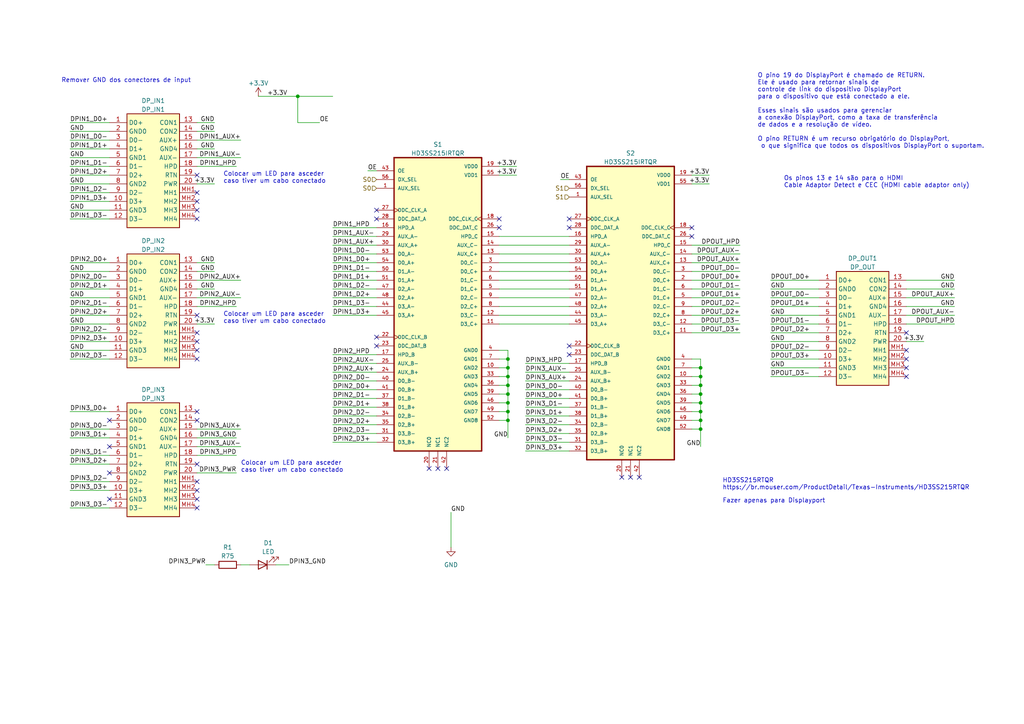
<source format=kicad_sch>
(kicad_sch (version 20230121) (generator eeschema)
  (paper "A4")
  (lib_symbols
    (symbol "Custom_DisplayPort_Connector:47272-0024"
      (property "Reference" "J?" (at 12.7 6.35 0))
      (property "Value" "DPIN1 (47272-0024)" (at 12.7 3.81 0))
      (symbol "47272-0024_1_1"
        (rectangle (start 5.08 2.54) (end 20.32 -30.48) (stroke (width 0.254)) (fill (type background)))
        (pin passive line (at 0 0 0) (length 5.08) (name "D0+") (number "1"))
        (pin passive line (at 0 -22.86 0) (length 5.08) (name "D3+") (number "10"))
        (pin passive line (at 0 -25.4 0) (length 5.08) (name "GND3") (number "11"))
        (pin passive line (at 0 -27.94 0) (length 5.08) (name "D3-") (number "12"))
        (pin passive line (at 25.4 0 180) (length 5.08) (name "CON1") (number "13"))
        (pin passive line (at 25.4 -2.54 180) (length 5.08) (name "CON2") (number "14"))
        (pin passive line (at 25.4 -5.08 180) (length 5.08) (name "AUX+") (number "15"))
        (pin passive line (at 25.4 -7.62 180) (length 5.08) (name "GND4") (number "16"))
        (pin passive line (at 25.4 -10.16 180) (length 5.08) (name "AUX-") (number "17"))
        (pin passive line (at 25.4 -12.7 180) (length 5.08) (name "HPD") (number "18"))
        (pin passive line (at 25.4 -15.24 180) (length 5.08) (name "RTN") (number "19"))
        (pin passive line (at 0 -2.54 0) (length 5.08) (name "GND0") (number "2"))
        (pin passive line (at 25.4 -17.78 180) (length 5.08) (name "PWR") (number "20"))
        (pin passive line (at 0 -5.08 0) (length 5.08) (name "D0-") (number "3"))
        (pin passive line (at 0 -7.62 0) (length 5.08) (name "D1+") (number "4"))
        (pin passive line (at 0 -10.16 0) (length 5.08) (name "GND1") (number "5"))
        (pin passive line (at 0 -12.7 0) (length 5.08) (name "D1-") (number "6"))
        (pin passive line (at 0 -15.24 0) (length 5.08) (name "D2+") (number "7"))
        (pin passive line (at 0 -17.78 0) (length 5.08) (name "GND2") (number "8"))
        (pin passive line (at 0 -20.32 0) (length 5.08) (name "D2-") (number "9"))
        (pin passive line (at 25.4 -20.32 180) (length 5.08) (name "MH1") (number "MH1"))
        (pin passive line (at 25.4 -22.86 180) (length 5.08) (name "MH2") (number "MH2"))
        (pin passive line (at 25.4 -25.4 180) (length 5.08) (name "MH3") (number "MH3"))
        (pin passive line (at 25.4 -27.94 180) (length 5.08) (name "MH4") (number "MH4"))
      )
    )
    (symbol "Custom_HD3SS215IRTQR:HD3SS215IRTQR" (pin_names (offset 1.016))
      (property "Reference" "U" (at -12.7 61.96 0))
      (property "Value" "HD3SS215IRTQR" (at -7.62 62.23 0))
      (symbol "HD3SS215IRTQR_0_0"
        (rectangle (start -12.7 60.96) (end 12.7 -24.13) (stroke (width 0.41)) (fill (type background)))
        (pin input line (at -17.78 52.07 0) (length 5.08) (name "AUX_SEL") (number "1"))
        (pin input line (at -17.78 57.15 0) (length 5.08) (name "OE") (number "43"))
        (pin input line (at -17.78 54.61 0) (length 5.08) (name "DX_SEL") (number "56"))
      )
      (symbol "HD3SS215IRTQR_1_0"
        (pin power_in line (at 17.78 0 180) (length 5.08) (name "GND2") (number "10"))
        (pin bidirectional line (at 17.78 12.7 180) (length 5.08) (name "D3_C+") (number "11"))
        (pin bidirectional line (at 17.78 15.24 180) (length 5.08) (name "D3_C-") (number "12"))
        (pin bidirectional line (at 17.78 33.02 180) (length 5.08) (name "AUX_C+") (number "13"))
        (pin bidirectional line (at 17.78 35.56 180) (length 5.08) (name "AUX_C-") (number "14"))
        (pin bidirectional line (at 17.78 38.1 180) (length 5.08) (name "HPD_C") (number "15"))
        (pin bidirectional line (at -17.78 40.64 0) (length 5.08) (name "HPD_A") (number "16"))
        (pin bidirectional line (at -17.78 3.81 0) (length 5.08) (name "HPD_B") (number "17"))
        (pin input clock (at 17.78 43.18 180) (length 5.08) (name "DDC_CLK_C") (number "18"))
        (pin power_in line (at 17.78 58.42 180) (length 5.08) (name "VDD0") (number "19"))
        (pin bidirectional line (at 17.78 27.94 180) (length 5.08) (name "D0_C+") (number "2"))
        (pin bidirectional line (at -2.54 -29.21 90) (length 5.08) (name "NC0") (number "20"))
        (pin bidirectional line (at 0 -29.21 90) (length 5.08) (name "NC1") (number "21"))
        (pin input clock (at -17.78 8.89 0) (length 5.08) (name "DDC_CLK_B") (number "22"))
        (pin bidirectional line (at -17.78 6.35 0) (length 5.08) (name "DDC_DAT_B") (number "23"))
        (pin bidirectional line (at -17.78 -1.27 0) (length 5.08) (name "AUX_B+") (number "24"))
        (pin bidirectional line (at -17.78 1.27 0) (length 5.08) (name "AUX_B-") (number "25"))
        (pin bidirectional line (at 17.78 40.64 180) (length 5.08) (name "DDC_DAT_C") (number "26"))
        (pin input clock (at -17.78 45.72 0) (length 5.08) (name "DDC_CLK_A") (number "27"))
        (pin bidirectional line (at -17.78 43.18 0) (length 5.08) (name "DDC_DAT_A") (number "28"))
        (pin bidirectional line (at -17.78 38.1 0) (length 5.08) (name "AUX_A-") (number "29"))
        (pin bidirectional line (at 17.78 30.48 180) (length 5.08) (name "D0_C-") (number "3"))
        (pin bidirectional line (at -17.78 35.56 0) (length 5.08) (name "AUX_A+") (number "30"))
        (pin bidirectional line (at -17.78 -19.05 0) (length 5.08) (name "D3_B-") (number "31"))
        (pin bidirectional line (at -17.78 -21.59 0) (length 5.08) (name "D3_B+") (number "32"))
        (pin power_in line (at 17.78 -2.54 180) (length 5.08) (name "GND3") (number "33"))
        (pin bidirectional line (at -17.78 -13.97 0) (length 5.08) (name "D2_B-") (number "34"))
        (pin bidirectional line (at -17.78 -16.51 0) (length 5.08) (name "D2_B+") (number "35"))
        (pin power_in line (at 17.78 -5.08 180) (length 5.08) (name "GND4") (number "36"))
        (pin bidirectional line (at -17.78 -8.89 0) (length 5.08) (name "D1_B-") (number "37"))
        (pin bidirectional line (at -17.78 -11.43 0) (length 5.08) (name "D1_B+") (number "38"))
        (pin power_in line (at 17.78 -7.62 180) (length 5.08) (name "GND5") (number "39"))
        (pin power_in line (at 17.78 5.08 180) (length 5.08) (name "GND0") (number "4"))
        (pin bidirectional line (at -17.78 -3.81 0) (length 5.08) (name "D0_B-") (number "40"))
        (pin bidirectional line (at -17.78 -6.35 0) (length 5.08) (name "D0_B+") (number "41"))
        (pin bidirectional line (at 2.54 -29.21 90) (length 5.08) (name "NC2") (number "42"))
        (pin bidirectional line (at -17.78 17.78 0) (length 5.08) (name "D3_A-") (number "44"))
        (pin bidirectional line (at -17.78 15.24 0) (length 5.08) (name "D3_A+") (number "45"))
        (pin power_in line (at 17.78 -10.16 180) (length 5.08) (name "GND6") (number "46"))
        (pin bidirectional line (at -17.78 22.86 0) (length 5.08) (name "D2_A-") (number "47"))
        (pin bidirectional line (at -17.78 20.32 0) (length 5.08) (name "D2_A+") (number "48"))
        (pin power_in line (at 17.78 -12.7 180) (length 5.08) (name "GND7") (number "49"))
        (pin bidirectional line (at 17.78 22.86 180) (length 5.08) (name "D1_C+") (number "5"))
        (pin bidirectional line (at -17.78 27.94 0) (length 5.08) (name "D1_A-") (number "50"))
        (pin bidirectional line (at -17.78 25.4 0) (length 5.08) (name "D1_A+") (number "51"))
        (pin power_in line (at 17.78 -15.24 180) (length 5.08) (name "GND8") (number "52"))
        (pin bidirectional line (at -17.78 33.02 0) (length 5.08) (name "D0_A-") (number "53"))
        (pin bidirectional line (at -17.78 30.48 0) (length 5.08) (name "D0_A+") (number "54"))
        (pin power_in line (at 17.78 55.88 180) (length 5.08) (name "VDD1") (number "55"))
        (pin bidirectional line (at 17.78 25.4 180) (length 5.08) (name "D1_C-") (number "6"))
        (pin power_in line (at 17.78 2.54 180) (length 5.08) (name "GND1") (number "7"))
        (pin bidirectional line (at 17.78 17.78 180) (length 5.08) (name "D2_C+") (number "8"))
        (pin bidirectional line (at 17.78 20.32 180) (length 5.08) (name "D2_C-") (number "9"))
      )
    )
    (symbol "Device:LED" (pin_numbers hide) (pin_names (offset 1.016) hide)
      (property "Reference" "D" (at 0 2.54 0))
      (property "Value" "LED" (at 0 -2.54 0))
      (symbol "LED_0_1"
        (polyline (pts (xy -1.27 -1.27) (xy -1.27 1.27)) (stroke (width 0.254)))
        (polyline (pts (xy -1.27 0) (xy 1.27 0)))
        (polyline (pts (xy 1.27 -1.27) (xy 1.27 1.27) (xy -1.27 0) (xy 1.27 -1.27)) (stroke (width 0.254)))
        (polyline (pts (xy -3.048 -0.762) (xy -4.572 -2.286) (xy -3.81 -2.286) (xy -4.572 -2.286) (xy -4.572 -1.524)))
        (polyline (pts (xy -1.778 -0.762) (xy -3.302 -2.286) (xy -2.54 -2.286) (xy -3.302 -2.286) (xy -3.302 -1.524)))
      )
      (symbol "LED_1_1"
        (pin passive line (at -3.81 0 0) (length 2.54) (name "K") (number "1"))
        (pin passive line (at 3.81 0 180) (length 2.54) (name "A") (number "2"))
      )
    )
    (symbol "Device:R" (pin_numbers hide) (pin_names (offset 0))
      (property "Reference" "R" (at 2.032 0 90))
      (property "Value" "R" (at 0 0 90))
      (symbol "R_0_1"
        (rectangle (start -1.016 -2.54) (end 1.016 2.54) (stroke (width 0.254)))
      )
      (symbol "R_1_1"
        (pin passive line (at 0 3.81 270) (length 1.27) (name "~") (number "1"))
        (pin passive line (at 0 -3.81 90) (length 1.27) (name "~") (number "2"))
      )
    )
    (symbol "HD3SS215IRTQR_1" (pin_names (offset 1.016))
      (property "Reference" "U" (at -12.7 61.96 0))
      (property "Value" "HD3SS215IRTQR" (at -7.62 62.23 0))
      (symbol "HD3SS215IRTQR_1_0_0"
        (rectangle (start -12.7 60.96) (end 12.7 -24.13) (stroke (width 0.41)) (fill (type background)))
        (pin input line (at -17.78 52.07 0) (length 5.08) (name "AUX_SEL") (number "1"))
        (pin input line (at -17.78 57.15 0) (length 5.08) (name "OE") (number "43"))
        (pin input line (at -17.78 54.61 0) (length 5.08) (name "DX_SEL") (number "56"))
      )
      (symbol "HD3SS215IRTQR_1_1_0"
        (pin power_in line (at 17.78 0 180) (length 5.08) (name "GND2") (number "10"))
        (pin bidirectional line (at 17.78 12.7 180) (length 5.08) (name "D3_C+") (number "11"))
        (pin bidirectional line (at 17.78 15.24 180) (length 5.08) (name "D3_C-") (number "12"))
        (pin bidirectional line (at 17.78 33.02 180) (length 5.08) (name "AUX_C+") (number "13"))
        (pin bidirectional line (at 17.78 35.56 180) (length 5.08) (name "AUX_C-") (number "14"))
        (pin bidirectional line (at 17.78 38.1 180) (length 5.08) (name "HPD_C") (number "15"))
        (pin bidirectional line (at -17.78 40.64 0) (length 5.08) (name "HPD_A") (number "16"))
        (pin bidirectional line (at -17.78 3.81 0) (length 5.08) (name "HPD_B") (number "17"))
        (pin input clock (at 17.78 43.18 180) (length 5.08) (name "DDC_CLK_C") (number "18"))
        (pin power_in line (at 17.78 58.42 180) (length 5.08) (name "VDD0") (number "19"))
        (pin bidirectional line (at 17.78 27.94 180) (length 5.08) (name "D0_C+") (number "2"))
        (pin bidirectional line (at -2.54 -29.21 90) (length 5.08) (name "NC0") (number "20"))
        (pin bidirectional line (at 0 -29.21 90) (length 5.08) (name "NC1") (number "21"))
        (pin input clock (at -17.78 8.89 0) (length 5.08) (name "DDC_CLK_B") (number "22"))
        (pin bidirectional line (at -17.78 6.35 0) (length 5.08) (name "DDC_DAT_B") (number "23"))
        (pin bidirectional line (at -17.78 -1.27 0) (length 5.08) (name "AUX_B+") (number "24"))
        (pin bidirectional line (at -17.78 1.27 0) (length 5.08) (name "AUX_B-") (number "25"))
        (pin bidirectional line (at 17.78 40.64 180) (length 5.08) (name "DDC_DAT_C") (number "26"))
        (pin input clock (at -17.78 45.72 0) (length 5.08) (name "DDC_CLK_A") (number "27"))
        (pin bidirectional line (at -17.78 43.18 0) (length 5.08) (name "DDC_DAT_A") (number "28"))
        (pin bidirectional line (at -17.78 38.1 0) (length 5.08) (name "AUX_A-") (number "29"))
        (pin bidirectional line (at 17.78 30.48 180) (length 5.08) (name "D0_C-") (number "3"))
        (pin bidirectional line (at -17.78 35.56 0) (length 5.08) (name "AUX_A+") (number "30"))
        (pin bidirectional line (at -17.78 -19.05 0) (length 5.08) (name "D3_B-") (number "31"))
        (pin bidirectional line (at -17.78 -21.59 0) (length 5.08) (name "D3_B+") (number "32"))
        (pin power_in line (at 17.78 -2.54 180) (length 5.08) (name "GND3") (number "33"))
        (pin bidirectional line (at -17.78 -13.97 0) (length 5.08) (name "D2_B-") (number "34"))
        (pin bidirectional line (at -17.78 -16.51 0) (length 5.08) (name "D2_B+") (number "35"))
        (pin power_in line (at 17.78 -5.08 180) (length 5.08) (name "GND4") (number "36"))
        (pin bidirectional line (at -17.78 -8.89 0) (length 5.08) (name "D1_B-") (number "37"))
        (pin bidirectional line (at -17.78 -11.43 0) (length 5.08) (name "D1_B+") (number "38"))
        (pin power_in line (at 17.78 -7.62 180) (length 5.08) (name "GND5") (number "39"))
        (pin power_in line (at 17.78 5.08 180) (length 5.08) (name "GND0") (number "4"))
        (pin bidirectional line (at -17.78 -3.81 0) (length 5.08) (name "D0_B-") (number "40"))
        (pin bidirectional line (at -17.78 -6.35 0) (length 5.08) (name "D0_B+") (number "41"))
        (pin bidirectional line (at 2.54 -29.21 90) (length 5.08) (name "NC2") (number "42"))
        (pin bidirectional line (at -17.78 17.78 0) (length 5.08) (name "D3_A-") (number "44"))
        (pin bidirectional line (at -17.78 15.24 0) (length 5.08) (name "D3_A+") (number "45"))
        (pin power_in line (at 17.78 -10.16 180) (length 5.08) (name "GND6") (number "46"))
        (pin bidirectional line (at -17.78 22.86 0) (length 5.08) (name "D2_A-") (number "47"))
        (pin bidirectional line (at -17.78 20.32 0) (length 5.08) (name "D2_A+") (number "48"))
        (pin power_in line (at 17.78 -12.7 180) (length 5.08) (name "GND7") (number "49"))
        (pin bidirectional line (at 17.78 22.86 180) (length 5.08) (name "D1_C+") (number "5"))
        (pin bidirectional line (at -17.78 27.94 0) (length 5.08) (name "D1_A-") (number "50"))
        (pin bidirectional line (at -17.78 25.4 0) (length 5.08) (name "D1_A+") (number "51"))
        (pin power_in line (at 17.78 -15.24 180) (length 5.08) (name "GND8") (number "52"))
        (pin bidirectional line (at -17.78 33.02 0) (length 5.08) (name "D0_A-") (number "53"))
        (pin bidirectional line (at -17.78 30.48 0) (length 5.08) (name "D0_A+") (number "54"))
        (pin power_in line (at 17.78 55.88 180) (length 5.08) (name "VDD1") (number "55"))
        (pin bidirectional line (at 17.78 25.4 180) (length 5.08) (name "D1_C-") (number "6"))
        (pin power_in line (at 17.78 2.54 180) (length 5.08) (name "GND1") (number "7"))
        (pin bidirectional line (at 17.78 17.78 180) (length 5.08) (name "D2_C+") (number "8"))
        (pin bidirectional line (at 17.78 20.32 180) (length 5.08) (name "D2_C-") (number "9"))
      )
    )
    (symbol "power:+3.3V" (power) (pin_names (offset 0))
      (property "Value" "+3.3V" (at 0 3.556 0))
      (symbol "+3.3V_0_1"
        (polyline (pts (xy -0.762 1.27) (xy 0 2.54)))
        (polyline (pts (xy 0 0) (xy 0 2.54)))
        (polyline (pts (xy 0 2.54) (xy 0.762 1.27)))
      )
      (symbol "+3.3V_1_1"
        (pin power_in line (at 0 0 90) (length 0) hide (name "+3.3V") (number "1"))
      )
    )
    (symbol "power:GND" (power) (pin_names (offset 0))
      (property "Value" "GND" (at 0 -3.81 0))
      (symbol "GND_0_1"
        (polyline (pts (xy 0 0) (xy 0 -1.27) (xy 1.27 -1.27) (xy 0 -2.54) (xy -1.27 -1.27) (xy 0 -1.27)))
      )
      (symbol "GND_1_1"
        (pin power_in line (at 0 0 270) (length 0) hide (name "GND") (number "1"))
      )
    )
  )
  (junction (at 203.2 116.84))
  (junction (at 86.36 27.94))
  (junction (at 147.32 114.3))
  (junction (at 203.2 124.46))
  (junction (at 203.2 114.3))
  (junction (at 203.2 106.68))
  (junction (at 203.2 121.92))
  (junction (at 147.32 116.84))
  (junction (at 147.32 111.76))
  (junction (at 147.32 106.68))
  (junction (at 147.32 104.14))
  (junction (at 203.2 119.38))
  (junction (at 203.2 109.22))
  (junction (at 147.32 121.92))
  (junction (at 147.32 109.22))
  (junction (at 147.32 119.38))
  (junction (at 203.2 111.76))
  (no_connect (at 262.89 96.52))
  (no_connect (at 200.66 66.04))
  (no_connect (at 165.1 66.04))
  (no_connect (at 262.89 101.6))
  (no_connect (at 109.22 60.96))
  (no_connect (at 57.15 63.5))
  (no_connect (at 57.15 119.38))
  (no_connect (at 144.78 63.5))
  (no_connect (at 57.15 91.44))
  (no_connect (at 57.15 104.14))
  (no_connect (at 144.78 66.04))
  (no_connect (at 31.75 137.16))
  (no_connect (at 109.22 100.33))
  (no_connect (at 31.75 121.92))
  (no_connect (at 57.15 101.6))
  (no_connect (at 57.15 147.32))
  (no_connect (at 109.22 63.5))
  (no_connect (at 200.66 68.58))
  (no_connect (at 165.1 100.33))
  (no_connect (at 109.22 97.79))
  (no_connect (at 182.88 138.43))
  (no_connect (at 127 135.89))
  (no_connect (at 124.46 135.89))
  (no_connect (at 165.1 63.5))
  (no_connect (at 180.34 138.43))
  (no_connect (at 57.15 121.92))
  (no_connect (at 57.15 58.42))
  (no_connect (at 57.15 96.52))
  (no_connect (at 31.75 129.54))
  (no_connect (at 57.15 50.8))
  (no_connect (at 57.15 139.7))
  (no_connect (at 165.1 102.87))
  (no_connect (at 57.15 142.24))
  (no_connect (at 57.15 99.06))
  (no_connect (at 57.15 55.88))
  (no_connect (at 129.54 135.89))
  (no_connect (at 185.42 138.43))
  (no_connect (at 31.75 144.78))
  (no_connect (at 262.89 106.68))
  (no_connect (at 262.89 104.14))
  (no_connect (at 57.15 134.62))
  (no_connect (at 57.15 60.96))
  (no_connect (at 262.89 109.22))
  (no_connect (at 57.15 144.78))
  (wire (pts (xy 20.32 63.5) (xy 31.75 63.5)))
  (wire (pts (xy 20.32 55.88) (xy 31.75 55.88)))
  (wire (pts (xy 20.32 76.2) (xy 31.75 76.2)))
  (wire (pts (xy 147.32 109.22) (xy 147.32 111.76)))
  (wire (pts (xy 96.52 86.36) (xy 109.22 86.36)))
  (wire (pts (xy 200.66 50.8) (xy 205.74 50.8)))
  (wire (pts (xy 200.66 114.3) (xy 203.2 114.3)))
  (wire (pts (xy 203.2 119.38) (xy 203.2 116.84)))
  (wire (pts (xy 69.85 45.72) (xy 57.15 45.72)))
  (wire (pts (xy 203.2 124.46) (xy 203.2 129.54)))
  (wire (pts (xy 86.36 35.56) (xy 92.71 35.56)))
  (wire (pts (xy 200.66 88.9) (xy 214.63 88.9)))
  (wire (pts (xy 237.49 106.68) (xy 223.52 106.68)))
  (wire (pts (xy 20.32 45.72) (xy 31.75 45.72)))
  (wire (pts (xy 144.78 106.68) (xy 147.32 106.68)))
  (wire (pts (xy 200.66 81.28) (xy 214.63 81.28)))
  (wire (pts (xy 147.32 121.92) (xy 147.32 119.38)))
  (wire (pts (xy 144.78 86.36) (xy 165.1 86.36)))
  (wire (pts (xy 20.32 127) (xy 31.75 127)))
  (wire (pts (xy 144.78 78.74) (xy 165.1 78.74)))
  (wire (pts (xy 20.32 119.38) (xy 31.75 119.38)))
  (wire (pts (xy 20.32 40.64) (xy 31.75 40.64)))
  (wire (pts (xy 237.49 88.9) (xy 223.52 88.9)))
  (wire (pts (xy 152.4 113.03) (xy 165.1 113.03)))
  (wire (pts (xy 203.2 111.76) (xy 203.2 109.22)))
  (wire (pts (xy 20.32 35.56) (xy 31.75 35.56)))
  (wire (pts (xy 20.32 48.26) (xy 31.75 48.26)))
  (wire (pts (xy 262.89 81.28) (xy 276.86 81.28)))
  (wire (pts (xy 262.89 86.36) (xy 276.86 86.36)))
  (wire (pts (xy 237.49 104.14) (xy 223.52 104.14)))
  (wire (pts (xy 20.32 50.8) (xy 31.75 50.8)))
  (wire (pts (xy 20.32 38.1) (xy 31.75 38.1)))
  (wire (pts (xy 20.32 134.62) (xy 31.75 134.62)))
  (wire (pts (xy 74.93 27.94) (xy 86.36 27.94)))
  (wire (pts (xy 144.78 71.12) (xy 165.1 71.12)))
  (wire (pts (xy 20.32 91.44) (xy 31.75 91.44)))
  (wire (pts (xy 152.4 123.19) (xy 165.1 123.19)))
  (wire (pts (xy 200.66 93.98) (xy 214.63 93.98)))
  (wire (pts (xy 200.66 111.76) (xy 203.2 111.76)))
  (wire (pts (xy 96.52 128.27) (xy 109.22 128.27)))
  (wire (pts (xy 200.66 76.2) (xy 214.63 76.2)))
  (wire (pts (xy 147.32 121.92) (xy 147.32 127)))
  (wire (pts (xy 20.32 81.28) (xy 31.75 81.28)))
  (wire (pts (xy 20.32 78.74) (xy 31.75 78.74)))
  (wire (pts (xy 237.49 96.52) (xy 223.52 96.52)))
  (wire (pts (xy 144.78 88.9) (xy 165.1 88.9)))
  (wire (pts (xy 68.58 132.08) (xy 57.15 132.08)))
  (wire (pts (xy 152.4 107.95) (xy 165.1 107.95)))
  (wire (pts (xy 147.32 104.14) (xy 147.32 101.6)))
  (wire (pts (xy 96.52 66.04) (xy 109.22 66.04)))
  (wire (pts (xy 96.52 81.28) (xy 109.22 81.28)))
  (wire (pts (xy 203.2 116.84) (xy 203.2 114.3)))
  (wire (pts (xy 144.78 68.58) (xy 165.1 68.58)))
  (wire (pts (xy 96.52 71.12) (xy 109.22 71.12)))
  (wire (pts (xy 57.15 93.98) (xy 62.23 93.98)))
  (wire (pts (xy 144.78 73.66) (xy 165.1 73.66)))
  (wire (pts (xy 31.75 93.98) (xy 20.32 93.98)))
  (wire (pts (xy 31.75 53.34) (xy 20.32 53.34)))
  (wire (pts (xy 144.78 116.84) (xy 147.32 116.84)))
  (wire (pts (xy 20.32 58.42) (xy 31.75 58.42)))
  (wire (pts (xy 96.52 105.41) (xy 109.22 105.41)))
  (wire (pts (xy 152.4 120.65) (xy 165.1 120.65)))
  (wire (pts (xy 144.78 119.38) (xy 147.32 119.38)))
  (wire (pts (xy 200.66 83.82) (xy 214.63 83.82)))
  (wire (pts (xy 86.36 27.94) (xy 96.52 27.94)))
  (wire (pts (xy 262.89 93.98) (xy 276.86 93.98)))
  (wire (pts (xy 147.32 119.38) (xy 147.32 116.84)))
  (wire (pts (xy 200.66 106.68) (xy 203.2 106.68)))
  (wire (pts (xy 57.15 86.36) (xy 69.85 86.36)))
  (wire (pts (xy 152.4 125.73) (xy 165.1 125.73)))
  (wire (pts (xy 69.85 163.83) (xy 72.39 163.83)))
  (wire (pts (xy 237.49 91.44) (xy 223.52 91.44)))
  (wire (pts (xy 69.85 40.64) (xy 57.15 40.64)))
  (wire (pts (xy 152.4 115.57) (xy 165.1 115.57)))
  (wire (pts (xy 203.2 109.22) (xy 203.2 106.68)))
  (wire (pts (xy 237.49 93.98) (xy 223.52 93.98)))
  (wire (pts (xy 96.52 123.19) (xy 109.22 123.19)))
  (wire (pts (xy 237.49 86.36) (xy 223.52 86.36)))
  (wire (pts (xy 200.66 53.34) (xy 205.74 53.34)))
  (wire (pts (xy 200.66 91.44) (xy 214.63 91.44)))
  (wire (pts (xy 147.32 114.3) (xy 147.32 111.76)))
  (wire (pts (xy 20.32 142.24) (xy 31.75 142.24)))
  (wire (pts (xy 96.52 118.11) (xy 109.22 118.11)))
  (wire (pts (xy 147.32 101.6) (xy 144.78 101.6)))
  (wire (pts (xy 96.52 102.87) (xy 109.22 102.87)))
  (wire (pts (xy 144.78 83.82) (xy 165.1 83.82)))
  (wire (pts (xy 96.52 68.58) (xy 109.22 68.58)))
  (wire (pts (xy 20.32 124.46) (xy 31.75 124.46)))
  (wire (pts (xy 96.52 113.03) (xy 109.22 113.03)))
  (wire (pts (xy 20.32 101.6) (xy 31.75 101.6)))
  (wire (pts (xy 96.52 91.44) (xy 109.22 91.44)))
  (wire (pts (xy 152.4 110.49) (xy 165.1 110.49)))
  (wire (pts (xy 20.32 43.18) (xy 31.75 43.18)))
  (wire (pts (xy 200.66 96.52) (xy 214.63 96.52)))
  (wire (pts (xy 59.69 163.83) (xy 62.23 163.83)))
  (wire (pts (xy 144.78 48.26) (xy 149.86 48.26)))
  (wire (pts (xy 20.32 83.82) (xy 31.75 83.82)))
  (wire (pts (xy 262.89 83.82) (xy 276.86 83.82)))
  (wire (pts (xy 144.78 76.2) (xy 165.1 76.2)))
  (wire (pts (xy 144.78 111.76) (xy 147.32 111.76)))
  (wire (pts (xy 68.58 127) (xy 57.15 127)))
  (wire (pts (xy 237.49 109.22) (xy 223.52 109.22)))
  (wire (pts (xy 62.23 83.82) (xy 57.15 83.82)))
  (wire (pts (xy 57.15 124.46) (xy 69.85 124.46)))
  (wire (pts (xy 144.78 93.98) (xy 165.1 93.98)))
  (wire (pts (xy 144.78 50.8) (xy 149.86 50.8)))
  (wire (pts (xy 96.52 76.2) (xy 109.22 76.2)))
  (wire (pts (xy 57.15 81.28) (xy 69.85 81.28)))
  (wire (pts (xy 57.15 137.16) (xy 68.58 137.16)))
  (wire (pts (xy 152.4 128.27) (xy 165.1 128.27)))
  (wire (pts (xy 147.32 106.68) (xy 147.32 104.14)))
  (wire (pts (xy 20.32 104.14) (xy 31.75 104.14)))
  (wire (pts (xy 200.66 86.36) (xy 214.63 86.36)))
  (wire (pts (xy 80.01 163.83) (xy 83.82 163.83)))
  (wire (pts (xy 262.89 88.9) (xy 276.86 88.9)))
  (wire (pts (xy 200.66 124.46) (xy 203.2 124.46)))
  (wire (pts (xy 147.32 116.84) (xy 147.32 114.3)))
  (wire (pts (xy 57.15 78.74) (xy 62.23 78.74)))
  (wire (pts (xy 144.78 81.28) (xy 165.1 81.28)))
  (wire (pts (xy 96.52 78.74) (xy 109.22 78.74)))
  (wire (pts (xy 57.15 35.56) (xy 62.23 35.56)))
  (wire (pts (xy 20.32 96.52) (xy 31.75 96.52)))
  (wire (pts (xy 62.23 43.18) (xy 57.15 43.18)))
  (wire (pts (xy 262.89 91.44) (xy 276.86 91.44)))
  (wire (pts (xy 20.32 88.9) (xy 31.75 88.9)))
  (wire (pts (xy 152.4 105.41) (xy 165.1 105.41)))
  (wire (pts (xy 203.2 124.46) (xy 203.2 121.92)))
  (wire (pts (xy 144.78 109.22) (xy 147.32 109.22)))
  (wire (pts (xy 86.36 35.56) (xy 86.36 27.94)))
  (wire (pts (xy 162.56 52.07) (xy 165.1 52.07)))
  (wire (pts (xy 200.66 119.38) (xy 203.2 119.38)))
  (wire (pts (xy 152.4 118.11) (xy 165.1 118.11)))
  (wire (pts (xy 96.52 107.95) (xy 109.22 107.95)))
  (wire (pts (xy 20.32 86.36) (xy 31.75 86.36)))
  (wire (pts (xy 96.52 115.57) (xy 109.22 115.57)))
  (wire (pts (xy 57.15 53.34) (xy 62.23 53.34)))
  (wire (pts (xy 20.32 147.32) (xy 31.75 147.32)))
  (wire (pts (xy 147.32 109.22) (xy 147.32 106.68)))
  (wire (pts (xy 96.52 73.66) (xy 109.22 73.66)))
  (wire (pts (xy 144.78 91.44) (xy 165.1 91.44)))
  (wire (pts (xy 68.58 48.26) (xy 57.15 48.26)))
  (wire (pts (xy 20.32 139.7) (xy 31.75 139.7)))
  (wire (pts (xy 237.49 83.82) (xy 223.52 83.82)))
  (wire (pts (xy 203.2 121.92) (xy 203.2 119.38)))
  (wire (pts (xy 203.2 104.14) (xy 200.66 104.14)))
  (wire (pts (xy 57.15 76.2) (xy 62.23 76.2)))
  (wire (pts (xy 57.15 129.54) (xy 69.85 129.54)))
  (wire (pts (xy 144.78 121.92) (xy 147.32 121.92)))
  (wire (pts (xy 152.4 130.81) (xy 165.1 130.81)))
  (wire (pts (xy 20.32 60.96) (xy 31.75 60.96)))
  (wire (pts (xy 200.66 78.74) (xy 214.63 78.74)))
  (wire (pts (xy 200.66 71.12) (xy 214.63 71.12)))
  (wire (pts (xy 20.32 132.08) (xy 31.75 132.08)))
  (wire (pts (xy 106.68 49.53) (xy 109.22 49.53)))
  (wire (pts (xy 68.58 88.9) (xy 57.15 88.9)))
  (wire (pts (xy 200.66 73.66) (xy 214.63 73.66)))
  (wire (pts (xy 262.89 99.06) (xy 267.97 99.06)))
  (wire (pts (xy 200.66 121.92) (xy 203.2 121.92)))
  (wire (pts (xy 237.49 101.6) (xy 223.52 101.6)))
  (wire (pts (xy 200.66 109.22) (xy 203.2 109.22)))
  (wire (pts (xy 96.52 110.49) (xy 109.22 110.49)))
  (wire (pts (xy 144.78 114.3) (xy 147.32 114.3)))
  (wire (pts (xy 203.2 106.68) (xy 203.2 104.14)))
  (wire (pts (xy 96.52 120.65) (xy 109.22 120.65)))
  (wire (pts (xy 57.15 38.1) (xy 62.23 38.1)))
  (wire (pts (xy 130.81 148.59) (xy 130.81 158.75)))
  (wire (pts (xy 200.66 116.84) (xy 203.2 116.84)))
  (wire (pts (xy 237.49 99.06) (xy 223.52 99.06)))
  (wire (pts (xy 96.52 83.82) (xy 109.22 83.82)))
  (wire (pts (xy 237.49 81.28) (xy 223.52 81.28)))
  (wire (pts (xy 96.52 88.9) (xy 109.22 88.9)))
  (wire (pts (xy 20.32 99.06) (xy 31.75 99.06)))
  (wire (pts (xy 203.2 111.76) (xy 203.2 114.3)))
  (wire (pts (xy 144.78 104.14) (xy 147.32 104.14)))
  (wire (pts (xy 96.52 125.73) (xy 109.22 125.73)))
  (text "Fazer apenas para Displayport" (at 209.55 146.05 0) (effects (font (size 1.27 1.27)) (justify left bottom)))
  (text "Os pinos 13 e 14 são para o HDMI\nCable Adaptor Detect e CEC (HDMI cable adaptor only)" (at 227.33 54.61 0) (effects (font (size 1.27 1.27)) (justify left bottom)))
  (text "Colocar um LED para asceder\ncaso tiver um cabo conectado" (at 69.85 137.16 0) (effects (font (size 1.27 1.27)) (justify left bottom)))
  (text "Colocar um LED para asceder\ncaso tiver um cabo conectado" (at 64.77 53.34 0) (effects (font (size 1.27 1.27)) (justify left bottom)))
  (text "HD3SS215RTQR\nhttps://br.mouser.com/ProductDetail/Texas-Instruments/HD3SS215RTQR" (at 209.55 142.24 0) (effects (font (size 1.27 1.27)) (justify left bottom)))
  (text "Colocar um LED para asceder\ncaso tiver um cabo conectado" (at 64.77 93.98 0) (effects (font (size 1.27 1.27)) (justify left bottom)))
  (text "Remover GND dos conectores de input" (at 17.78 24.13 0) (effects (font (size 1.27 1.27)) (justify left bottom)))
  (text "O pino 19 do DisplayPort é chamado de RETURN.\nEle é usado para retornar sinais de \ncontrole de link do dispositivo DisplayPort \npara o dispositivo que está conectado a ele. \n\nEsses sinais são usados para gerenciar\na conexão DisplayPort, como a taxa de transferência \nde dados e a resolução de vídeo.\n\nO pino RETURN é um recurso obrigatório do DisplayPort,\n o que significa que todos os dispositivos DisplayPort o suportam." (at 219.71 43.18 0) (effects (font (size 1.27 1.27)) (justify left bottom)))
  (label "DPIN1_D3+" (at 96.52 91.44 0))
  (label "DPIN1_D3-" (at 96.52 88.9 0))
  (label "+3.3V" (at 62.23 53.34 180))
  (label "GND" (at 62.23 35.56 180))
  (label "DPIN3_D1-" (at 152.4 118.11 0))
  (label "DPIN3_D1-" (at 20.32 132.08 0))
  (label "DPIN2_D0+" (at 20.32 76.2 0))
  (label "GND" (at 62.23 38.1 180))
  (label "DPIN3_D1+" (at 20.32 127 0))
  (label "DPIN3_D1+" (at 152.4 120.65 0))
  (label "DPOUT_D2-" (at 223.52 101.6 0))
  (label "DPIN2_HPD" (at 68.58 88.9 180))
  (label "GND" (at 20.32 60.96 0))
  (label "DPIN2_D1-" (at 20.32 88.9 0))
  (label "GND" (at 20.32 78.74 0))
  (label "GND" (at 20.32 45.72 0))
  (label "DPIN3_HPD" (at 68.58 132.08 180))
  (label "DPIN2_AUX-" (at 69.85 86.36 180))
  (label "DPOUT_D1-" (at 223.52 93.98 0))
  (label "+3.3V" (at 149.86 48.26 180))
  (label "GND" (at 20.32 38.1 0))
  (label "DPOUT_AUX-" (at 276.86 91.44 180))
  (label "DPIN3_AUX+" (at 69.85 124.46 180))
  (label "DPOUT_AUX+" (at 276.86 86.36 180))
  (label "DPOUT_AUX+" (at 214.63 76.2 180))
  (label "DPIN3_PWR" (at 59.69 163.83 180))
  (label "DPOUT_D2-" (at 214.63 88.9 180))
  (label "DPIN3_D0-" (at 20.32 124.46 0))
  (label "DPOUT_HPD" (at 214.63 71.12 180))
  (label "DPOUT_D3-" (at 223.52 109.22 0))
  (label "DPIN1_D2+" (at 20.32 50.8 0))
  (label "DPOUT_HPD" (at 276.86 93.98 180))
  (label "DPIN3_D3+" (at 152.4 130.81 0))
  (label "DPIN1_D0+" (at 20.32 35.56 0))
  (label "DPIN3_D0+" (at 152.4 115.57 0))
  (label "DPIN3_D3-" (at 20.32 147.32 0))
  (label "DPIN2_AUX+" (at 69.85 81.28 180))
  (label "DPIN3_PWR" (at 68.58 137.16 180))
  (label "DPIN2_D1+" (at 96.52 118.11 0))
  (label "DPOUT_D0+" (at 223.52 81.28 0))
  (label "GND" (at 223.52 83.82 0))
  (label "GND" (at 20.32 101.6 0))
  (label "DPIN1_D3+" (at 20.32 58.42 0))
  (label "DPIN3_D0+" (at 20.32 119.38 0))
  (label "DPIN2_D0-" (at 20.32 81.28 0))
  (label "OE" (at 106.68 49.53 0))
  (label "DPOUT_D1+" (at 223.52 88.9 0))
  (label "DPIN1_D0+" (at 96.52 76.2 0))
  (label "DPOUT_D2+" (at 223.52 96.52 0))
  (label "DPIN1_D2-" (at 96.52 83.82 0))
  (label "DPOUT_D0+" (at 214.63 81.28 180))
  (label "DPIN2_D2+" (at 96.52 123.19 0))
  (label "DPIN2_D0+" (at 96.52 113.03 0))
  (label "DPIN1_AUX-" (at 69.85 45.72 180))
  (label "DPIN1_D1-" (at 20.32 48.26 0))
  (label "DPOUT_D2+" (at 214.63 91.44 180))
  (label "DPIN1_HPD" (at 68.58 48.26 180))
  (label "DPIN1_D1+" (at 96.52 81.28 0))
  (label "DPIN1_D2-" (at 20.32 55.88 0))
  (label "DPIN1_D1+" (at 20.32 43.18 0))
  (label "GND" (at 147.32 127 180))
  (label "+3.3V" (at 77.47 27.94 0))
  (label "GND" (at 62.23 76.2 180))
  (label "+3.3V" (at 205.74 50.8 180))
  (label "GND" (at 20.32 93.98 0))
  (label "GND" (at 223.52 91.44 0))
  (label "DPIN3_D2+" (at 152.4 125.73 0))
  (label "DPIN2_AUX+" (at 96.52 107.95 0))
  (label "DPIN2_D2+" (at 20.32 91.44 0))
  (label "GND" (at 276.86 81.28 180))
  (label "GND" (at 62.23 43.18 180))
  (label "DPIN1_D1-" (at 96.52 78.74 0))
  (label "DPIN1_HPD" (at 96.52 66.04 0))
  (label "DPOUT_D1-" (at 214.63 83.82 180))
  (label "+3.3V" (at 62.23 93.98 180))
  (label "DPIN3_AUX+" (at 152.4 110.49 0))
  (label "DPIN1_AUX+" (at 96.52 71.12 0))
  (label "DPIN2_D2-" (at 20.32 96.52 0))
  (label "GND" (at 223.52 99.06 0))
  (label "DPOUT_D3+" (at 223.52 104.14 0))
  (label "DPIN2_HPD" (at 96.52 102.87 0))
  (label "DPIN2_D1+" (at 20.32 83.82 0))
  (label "DPIN2_D0-" (at 96.52 110.49 0))
  (label "GND" (at 276.86 83.82 180))
  (label "DPIN3_AUX-" (at 69.85 129.54 180))
  (label "GND" (at 62.23 83.82 180))
  (label "DPIN1_AUX-" (at 96.52 68.58 0))
  (label "+3.3V" (at 205.74 53.34 180))
  (label "DPOUT_D0-" (at 223.52 86.36 0))
  (label "DPIN3_AUX-" (at 152.4 107.95 0))
  (label "DPIN3_D2-" (at 20.32 139.7 0))
  (label "DPIN1_D2+" (at 96.52 86.36 0))
  (label "DPOUT_D3-" (at 214.63 93.98 180))
  (label "OE" (at 162.56 52.07 0))
  (label "DPIN3_D2+" (at 20.32 134.62 0))
  (label "DPIN2_D3+" (at 96.52 128.27 0))
  (label "DPIN3_D3-" (at 152.4 128.27 0))
  (label "DPIN1_AUX+" (at 69.85 40.64 180))
  (label "DPIN3_D0-" (at 152.4 113.03 0))
  (label "DPOUT_D1+" (at 214.63 86.36 180))
  (label "DPIN2_D3-" (at 20.32 104.14 0))
  (label "GND" (at 20.32 53.34 0))
  (label "GND" (at 20.32 86.36 0))
  (label "GND" (at 223.52 106.68 0))
  (label "+3.3V" (at 267.97 99.06 180))
  (label "GND" (at 203.2 129.54 180))
  (label "DPIN3_GND" (at 83.82 163.83 0))
  (label "DPOUT_AUX-" (at 214.63 73.66 180))
  (label "GND" (at 276.86 88.9 180))
  (label "+3.3V" (at 149.86 50.8 180))
  (label "DPIN2_D1-" (at 96.52 115.57 0))
  (label "DPIN3_D3+" (at 20.32 142.24 0))
  (label "DPIN2_D3+" (at 20.32 99.06 0))
  (label "DPIN3_HPD" (at 152.4 105.41 0))
  (label "DPIN1_D0-" (at 96.52 73.66 0))
  (label "DPIN1_D3-" (at 20.32 63.5 0))
  (label "DPOUT_D3+" (at 214.63 96.52 180))
  (label "DPOUT_D0-" (at 214.63 78.74 180))
  (label "DPIN3_D2-" (at 152.4 123.19 0))
  (label "OE" (at 92.71 35.56 0))
  (label "DPIN2_AUX-" (at 96.52 105.41 0))
  (label "GND" (at 130.81 148.59 0))
  (label "GND" (at 62.23 78.74 180))
  (label "DPIN2_D3-" (at 96.52 125.73 0))
  (label "DPIN3_GND" (at 68.58 127 180))
  (label "DPIN2_D2-" (at 96.52 120.65 0))
  (label "DPIN1_D0-" (at 20.32 40.64 0))
  (hierarchical_label "S0" (shape input) (at 109.22 54.61 180))
  (hierarchical_label "S0" (shape input) (at 109.22 52.07 180))
  (hierarchical_label "S1" (shape input) (at 165.1 54.61 180))
  (hierarchical_label "S1" (shape input) (at 165.1 57.15 180))
  (symbol (lib_id "Custom_DisplayPort_Connector:47272-0024") (at 237.49 81.28 0) (unit 1)
    (property "Reference" "DP_OUT1" (at 250.19 74.93 0))
    (property "Value" "DP_OUT" (at 250.19 77.47 0))
    (property "Footprint" "472720024:472720024" (effects hide))
    (property "Datasheet" "https://www.molex.com/content/dam/molex/molex-dot-com/products/automated/en-us/salesdrawingpdf/472/47272/472720024_sd.pdf" (effects hide))
    (property "Mouser Part Number" "538-47272-0024" (effects hide))
    (property "Height" "6.65" (effects hide))
    (property "Mouser Price/Stock" "https://www.mouser.co.uk/ProductDetail/Molex/47272-0024?qs=rg3U%2F5nEhHfnHvrPNTqZnQ%3D%3D" (effects hide))
    (property "Manufacturer_Name" "Molex" (effects hide))
    (property "Manufacturer_Part_Number" "47272-0024" (effects hide))
    (instances (project "KVM Project" (path "" (reference "DP_OUT1") (unit 1)) (path "" (reference "DP_OUT2") (unit 1)) (path "" (reference "DP_OUT3") (unit 1))))
  )
  (symbol (lib_id "Custom_DisplayPort_Connector:47272-0024") (at 31.75 35.56 0) (unit 1)
    (property "Reference" "DP_IN1" (at 44.45 29.21 0))
    (property "Value" "DP_IN1" (at 44.45 31.75 0))
    (property "Footprint" "472720024:472720024" (effects hide))
    (property "Datasheet" "https://www.molex.com/content/dam/molex/molex-dot-com/products/automated/en-us/salesdrawingpdf/472/47272/472720024_sd.pdf" (effects hide))
    (property "Mouser Part Number" "538-47272-0024" (effects hide))
    (property "Height" "6.65" (effects hide))
    (property "Mouser Price/Stock" "https://www.mouser.co.uk/ProductDetail/Molex/47272-0024?qs=rg3U%2F5nEhHfnHvrPNTqZnQ%3D%3D" (effects hide))
    (property "Manufacturer_Name" "Molex" (effects hide))
    (property "Manufacturer_Part_Number" "47272-0024" (effects hide))
    (property "Sim.Enable" "0" (effects hide))
    (instances (project "KVM Project" (path "" (reference "DP_IN1") (unit 1)) (path "" (reference "DP_IN4") (unit 1)) (path "" (reference "DP_IN7") (unit 1))))
  )
  (symbol (lib_id "power:GND") (at 130.81 158.75 0) (unit 1)
    (property "Reference" "#PWR01" (effects hide))
    (property "Value" "GND" (at 130.81 163.83 0))
    (instances (project "KVM Project" (path "" (reference "#PWR01") (unit 1)) (path "" (reference "#PWR03") (unit 1)) (path "" (reference "#PWR05") (unit 1))))
  )
  (symbol (lib_id "Device:R") (at 66.04 163.83 90) (unit 1)
    (property "Reference" "R1" (at 66.04 158.75 90))
    (property "Value" "R75" (at 66.04 161.29 90))
    (property "Footprint" "Resistor_SMD:R_0805_2012Metric" (effects hide))
    (instances (project "KVM Project" (path "" (reference "R1") (unit 1)) (path "" (reference "R2") (unit 1)) (path "" (reference "R3") (unit 1))))
  )
  (symbol (lib_name "HD3SS215IRTQR_1") (lib_id "Custom_HD3SS215IRTQR:HD3SS215IRTQR") (at 182.88 109.22 0) (unit 1)
    (property "Reference" "S2" (at 182.88 44.45 0))
    (property "Value" "HD3SS215IRTQR" (at 182.88 46.99 0))
    (property "Footprint" "QFN50P800X800X100-57N" (effects hide))
    (property "Manufacturer" "Texas Instruments" (effects hide))
    (property "Package" "QFN50P800X800X100-57N" (effects hide))
    (instances (project "KVM Project" (path "" (reference "S2") (unit 1)) (path "" (reference "S4") (unit 1)) (path "" (reference "S6") (unit 1))))
  )
  (symbol (lib_id "Custom_HD3SS215IRTQR:HD3SS215IRTQR") (at 127 106.68 0) (unit 1)
    (property "Reference" "S1" (at 127 41.91 0))
    (property "Value" "HD3SS215IRTQR" (at 127 44.45 0))
    (property "Footprint" "QFN50P800X800X100-57N" (effects hide))
    (property "Manufacturer" "Texas Instruments" (effects hide))
    (property "Package" "QFN50P800X800X100-57N" (effects hide))
    (instances (project "KVM Project" (path "" (reference "S1") (unit 1)) (path "" (reference "S3") (unit 1)) (path "" (reference "S5") (unit 1))))
  )
  (symbol (lib_id "power:+3.3V") (at 74.93 27.94 0) (unit 1)
    (property "Reference" "#PWR03" (effects hide))
    (property "Value" "+3.3V" (at 74.93 24.13 0))
    (instances (project "KVM Project" (path "" (reference "#PWR03") (unit 1)) (path "" (reference "#+3.3V01") (unit 1)) (path "" (reference "#PWR02") (unit 1)) (path "" (reference "#PWR04") (unit 1))))
  )
  (symbol (lib_id "Custom_DisplayPort_Connector:47272-0024") (at 31.75 119.38 0) (unit 1)
    (property "Reference" "DP_IN3" (at 44.45 113.03 0))
    (property "Value" "DP_IN3" (at 44.45 115.57 0))
    (property "Footprint" "472720024:472720024" (effects hide))
    (property "Datasheet" "https://www.molex.com/content/dam/molex/molex-dot-com/products/automated/en-us/salesdrawingpdf/472/47272/472720024_sd.pdf" (effects hide))
    (property "Mouser Part Number" "538-47272-0024" (effects hide))
    (property "Height" "6.65" (effects hide))
    (property "Mouser Price/Stock" "https://www.mouser.co.uk/ProductDetail/Molex/47272-0024?qs=rg3U%2F5nEhHfnHvrPNTqZnQ%3D%3D" (effects hide))
    (property "Manufacturer_Name" "Molex" (effects hide))
    (property "Manufacturer_Part_Number" "47272-0024" (effects hide))
    (instances (project "KVM Project" (path "" (reference "DP_IN3") (unit 1)) (path "" (reference "DP_IN6") (unit 1)) (path "" (reference "DP_IN9") (unit 1))))
  )
  (symbol (lib_id "Custom_DisplayPort_Connector:47272-0024") (at 31.75 76.2 0) (unit 1)
    (property "Reference" "DP_IN2" (at 44.45 69.85 0))
    (property "Value" "DP_IN2" (at 44.45 72.39 0))
    (property "Footprint" "472720024:472720024" (effects hide))
    (property "Datasheet" "https://www.molex.com/content/dam/molex/molex-dot-com/products/automated/en-us/salesdrawingpdf/472/47272/472720024_sd.pdf" (effects hide))
    (property "Mouser Part Number" "538-47272-0024" (effects hide))
    (property "Height" "6.65" (effects hide))
    (property "Mouser Price/Stock" "https://www.mouser.co.uk/ProductDetail/Molex/47272-0024?qs=rg3U%2F5nEhHfnHvrPNTqZnQ%3D%3D" (effects hide))
    (property "Manufacturer_Name" "Molex" (effects hide))
    (property "Manufacturer_Part_Number" "47272-0024" (effects hide))
    (instances (project "KVM Project" (path "" (reference "DP_IN2") (unit 1)) (path "" (reference "DP_IN5") (unit 1)) (path "" (reference "DP_IN8") (unit 1))))
  )
  (symbol (lib_id "Device:LED") (at 76.2 163.83 180) (unit 1)
    (property "Reference" "D1" (at 77.7875 157.48 0))
    (property "Value" "LED" (at 77.7875 160.02 0))
    (property "Footprint" "LED_SMD:LED_0805_2012Metric_Pad1.15x1.40mm_HandSolder" (effects hide))
    (instances (project "KVM Project" (path "" (reference "D1") (unit 1)) (path "" (reference "D2") (unit 1)) (path "" (reference "D3") (unit 1))))
  )
)
</source>
